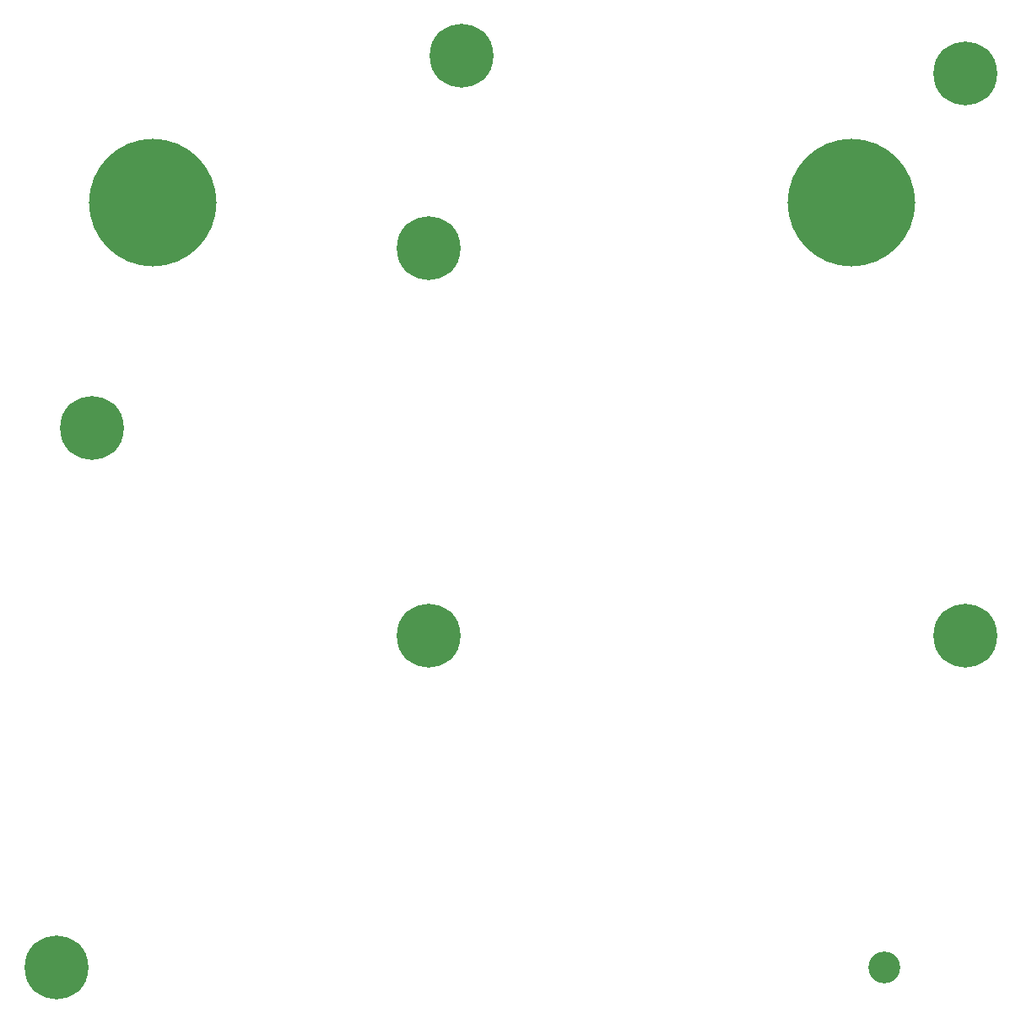
<source format=gbs>
G04 #@! TF.GenerationSoftware,KiCad,Pcbnew,(5.1.9)-1*
G04 #@! TF.CreationDate,2021-06-17T16:54:06+01:00*
G04 #@! TF.ProjectId,AutoPilotBottom,4175746f-5069-46c6-9f74-426f74746f6d,0.3*
G04 #@! TF.SameCoordinates,Original*
G04 #@! TF.FileFunction,Soldermask,Bot*
G04 #@! TF.FilePolarity,Negative*
%FSLAX46Y46*%
G04 Gerber Fmt 4.6, Leading zero omitted, Abs format (unit mm)*
G04 Created by KiCad (PCBNEW (5.1.9)-1) date 2021-06-17 16:54:06*
%MOMM*%
%LPD*%
G01*
G04 APERTURE LIST*
%ADD10C,3.200000*%
%ADD11C,6.400000*%
%ADD12C,12.800000*%
G04 APERTURE END LIST*
D10*
X164338000Y-147828000D03*
D11*
X84836000Y-93726000D03*
D12*
X90932000Y-71120000D03*
X161036000Y-71120000D03*
D11*
X81280000Y-147828000D03*
X118618000Y-75692000D03*
X118618000Y-114554000D03*
X121920000Y-56388000D03*
X172466000Y-58166000D03*
X172466000Y-114554000D03*
M02*

</source>
